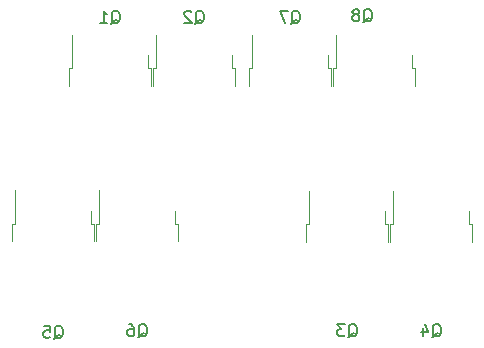
<source format=gbr>
G04 #@! TF.GenerationSoftware,KiCad,Pcbnew,(5.1.4)-1*
G04 #@! TF.CreationDate,2019-12-19T01:02:12+01:00*
G04 #@! TF.ProjectId,HPDriver,48504472-6976-4657-922e-6b696361645f,1.0*
G04 #@! TF.SameCoordinates,Original*
G04 #@! TF.FileFunction,Legend,Bot*
G04 #@! TF.FilePolarity,Positive*
%FSLAX46Y46*%
G04 Gerber Fmt 4.6, Leading zero omitted, Abs format (unit mm)*
G04 Created by KiCad (PCBNEW (5.1.4)-1) date 2019-12-19 01:02:12*
%MOMM*%
%LPD*%
G04 APERTURE LIST*
%ADD10C,0.120000*%
%ADD11C,0.150000*%
%ADD12C,3.902000*%
%ADD13O,2.102000X3.702000*%
%ADD14C,0.100000*%
%ADD15C,2.102000*%
%ADD16O,1.829200X1.829200*%
%ADD17R,1.829200X1.829200*%
%ADD18C,4.502000*%
%ADD19R,5.902000X6.502000*%
%ADD20R,1.302000X2.302000*%
%ADD21O,2.102000X2.102000*%
%ADD22R,2.102000X2.102000*%
%ADD23C,1.102000*%
%ADD24O,1.702000X1.702000*%
%ADD25R,1.702000X1.702000*%
%ADD26C,0.254000*%
G04 APERTURE END LIST*
D10*
X131832000Y-105769000D02*
X131832000Y-104669000D01*
X132102000Y-105769000D02*
X131832000Y-105769000D01*
X132102000Y-107269000D02*
X132102000Y-105769000D01*
X125472000Y-105769000D02*
X125472000Y-102939000D01*
X125202000Y-105769000D02*
X125472000Y-105769000D01*
X125202000Y-107269000D02*
X125202000Y-105769000D01*
X124720000Y-105769000D02*
X124720000Y-104669000D01*
X124990000Y-105769000D02*
X124720000Y-105769000D01*
X124990000Y-107269000D02*
X124990000Y-105769000D01*
X118360000Y-105769000D02*
X118360000Y-102939000D01*
X118090000Y-105769000D02*
X118360000Y-105769000D01*
X118090000Y-107269000D02*
X118090000Y-105769000D01*
X111765000Y-118942000D02*
X111765000Y-117842000D01*
X112035000Y-118942000D02*
X111765000Y-118942000D01*
X112035000Y-120442000D02*
X112035000Y-118942000D01*
X105405000Y-118942000D02*
X105405000Y-116112000D01*
X105135000Y-118942000D02*
X105405000Y-118942000D01*
X105135000Y-120442000D02*
X105135000Y-118942000D01*
X104654000Y-118942000D02*
X104654000Y-117842000D01*
X104924000Y-118942000D02*
X104654000Y-118942000D01*
X104924000Y-120442000D02*
X104924000Y-118942000D01*
X98294000Y-118942000D02*
X98294000Y-116112000D01*
X98024000Y-118942000D02*
X98294000Y-118942000D01*
X98024000Y-120442000D02*
X98024000Y-118942000D01*
X136658000Y-118977000D02*
X136658000Y-117877000D01*
X136928000Y-118977000D02*
X136658000Y-118977000D01*
X136928000Y-120477000D02*
X136928000Y-118977000D01*
X130298000Y-118977000D02*
X130298000Y-116147000D01*
X130028000Y-118977000D02*
X130298000Y-118977000D01*
X130028000Y-120477000D02*
X130028000Y-118977000D01*
X129544000Y-118977000D02*
X129544000Y-117877000D01*
X129814000Y-118977000D02*
X129544000Y-118977000D01*
X129814000Y-120477000D02*
X129814000Y-118977000D01*
X123184000Y-118977000D02*
X123184000Y-116147000D01*
X122914000Y-118977000D02*
X123184000Y-118977000D01*
X122914000Y-120477000D02*
X122914000Y-118977000D01*
X116592000Y-105769000D02*
X116592000Y-104669000D01*
X116862000Y-105769000D02*
X116592000Y-105769000D01*
X116862000Y-107269000D02*
X116862000Y-105769000D01*
X110232000Y-105769000D02*
X110232000Y-102939000D01*
X109962000Y-105769000D02*
X110232000Y-105769000D01*
X109962000Y-107269000D02*
X109962000Y-105769000D01*
X109480000Y-105769000D02*
X109480000Y-104669000D01*
X109750000Y-105769000D02*
X109480000Y-105769000D01*
X109750000Y-107269000D02*
X109750000Y-105769000D01*
X103120000Y-105769000D02*
X103120000Y-102939000D01*
X102850000Y-105769000D02*
X103120000Y-105769000D01*
X102850000Y-107269000D02*
X102850000Y-105769000D01*
D11*
X127730238Y-101893619D02*
X127825476Y-101846000D01*
X127920714Y-101750761D01*
X128063571Y-101607904D01*
X128158809Y-101560285D01*
X128254047Y-101560285D01*
X128206428Y-101798380D02*
X128301666Y-101750761D01*
X128396904Y-101655523D01*
X128444523Y-101465047D01*
X128444523Y-101131714D01*
X128396904Y-100941238D01*
X128301666Y-100846000D01*
X128206428Y-100798380D01*
X128015952Y-100798380D01*
X127920714Y-100846000D01*
X127825476Y-100941238D01*
X127777857Y-101131714D01*
X127777857Y-101465047D01*
X127825476Y-101655523D01*
X127920714Y-101750761D01*
X128015952Y-101798380D01*
X128206428Y-101798380D01*
X127206428Y-101226952D02*
X127301666Y-101179333D01*
X127349285Y-101131714D01*
X127396904Y-101036476D01*
X127396904Y-100988857D01*
X127349285Y-100893619D01*
X127301666Y-100846000D01*
X127206428Y-100798380D01*
X127015952Y-100798380D01*
X126920714Y-100846000D01*
X126873095Y-100893619D01*
X126825476Y-100988857D01*
X126825476Y-101036476D01*
X126873095Y-101131714D01*
X126920714Y-101179333D01*
X127015952Y-101226952D01*
X127206428Y-101226952D01*
X127301666Y-101274571D01*
X127349285Y-101322190D01*
X127396904Y-101417428D01*
X127396904Y-101607904D01*
X127349285Y-101703142D01*
X127301666Y-101750761D01*
X127206428Y-101798380D01*
X127015952Y-101798380D01*
X126920714Y-101750761D01*
X126873095Y-101703142D01*
X126825476Y-101607904D01*
X126825476Y-101417428D01*
X126873095Y-101322190D01*
X126920714Y-101274571D01*
X127015952Y-101226952D01*
X121634238Y-102020619D02*
X121729476Y-101973000D01*
X121824714Y-101877761D01*
X121967571Y-101734904D01*
X122062809Y-101687285D01*
X122158047Y-101687285D01*
X122110428Y-101925380D02*
X122205666Y-101877761D01*
X122300904Y-101782523D01*
X122348523Y-101592047D01*
X122348523Y-101258714D01*
X122300904Y-101068238D01*
X122205666Y-100973000D01*
X122110428Y-100925380D01*
X121919952Y-100925380D01*
X121824714Y-100973000D01*
X121729476Y-101068238D01*
X121681857Y-101258714D01*
X121681857Y-101592047D01*
X121729476Y-101782523D01*
X121824714Y-101877761D01*
X121919952Y-101925380D01*
X122110428Y-101925380D01*
X121348523Y-100925380D02*
X120681857Y-100925380D01*
X121110428Y-101925380D01*
X108680238Y-128563619D02*
X108775476Y-128516000D01*
X108870714Y-128420761D01*
X109013571Y-128277904D01*
X109108809Y-128230285D01*
X109204047Y-128230285D01*
X109156428Y-128468380D02*
X109251666Y-128420761D01*
X109346904Y-128325523D01*
X109394523Y-128135047D01*
X109394523Y-127801714D01*
X109346904Y-127611238D01*
X109251666Y-127516000D01*
X109156428Y-127468380D01*
X108965952Y-127468380D01*
X108870714Y-127516000D01*
X108775476Y-127611238D01*
X108727857Y-127801714D01*
X108727857Y-128135047D01*
X108775476Y-128325523D01*
X108870714Y-128420761D01*
X108965952Y-128468380D01*
X109156428Y-128468380D01*
X107870714Y-127468380D02*
X108061190Y-127468380D01*
X108156428Y-127516000D01*
X108204047Y-127563619D01*
X108299285Y-127706476D01*
X108346904Y-127896952D01*
X108346904Y-128277904D01*
X108299285Y-128373142D01*
X108251666Y-128420761D01*
X108156428Y-128468380D01*
X107965952Y-128468380D01*
X107870714Y-128420761D01*
X107823095Y-128373142D01*
X107775476Y-128277904D01*
X107775476Y-128039809D01*
X107823095Y-127944571D01*
X107870714Y-127896952D01*
X107965952Y-127849333D01*
X108156428Y-127849333D01*
X108251666Y-127896952D01*
X108299285Y-127944571D01*
X108346904Y-128039809D01*
X101568238Y-128690619D02*
X101663476Y-128643000D01*
X101758714Y-128547761D01*
X101901571Y-128404904D01*
X101996809Y-128357285D01*
X102092047Y-128357285D01*
X102044428Y-128595380D02*
X102139666Y-128547761D01*
X102234904Y-128452523D01*
X102282523Y-128262047D01*
X102282523Y-127928714D01*
X102234904Y-127738238D01*
X102139666Y-127643000D01*
X102044428Y-127595380D01*
X101853952Y-127595380D01*
X101758714Y-127643000D01*
X101663476Y-127738238D01*
X101615857Y-127928714D01*
X101615857Y-128262047D01*
X101663476Y-128452523D01*
X101758714Y-128547761D01*
X101853952Y-128595380D01*
X102044428Y-128595380D01*
X100711095Y-127595380D02*
X101187285Y-127595380D01*
X101234904Y-128071571D01*
X101187285Y-128023952D01*
X101092047Y-127976333D01*
X100853952Y-127976333D01*
X100758714Y-128023952D01*
X100711095Y-128071571D01*
X100663476Y-128166809D01*
X100663476Y-128404904D01*
X100711095Y-128500142D01*
X100758714Y-128547761D01*
X100853952Y-128595380D01*
X101092047Y-128595380D01*
X101187285Y-128547761D01*
X101234904Y-128500142D01*
X133572238Y-128563619D02*
X133667476Y-128516000D01*
X133762714Y-128420761D01*
X133905571Y-128277904D01*
X134000809Y-128230285D01*
X134096047Y-128230285D01*
X134048428Y-128468380D02*
X134143666Y-128420761D01*
X134238904Y-128325523D01*
X134286523Y-128135047D01*
X134286523Y-127801714D01*
X134238904Y-127611238D01*
X134143666Y-127516000D01*
X134048428Y-127468380D01*
X133857952Y-127468380D01*
X133762714Y-127516000D01*
X133667476Y-127611238D01*
X133619857Y-127801714D01*
X133619857Y-128135047D01*
X133667476Y-128325523D01*
X133762714Y-128420761D01*
X133857952Y-128468380D01*
X134048428Y-128468380D01*
X132762714Y-127801714D02*
X132762714Y-128468380D01*
X133000809Y-127420761D02*
X133238904Y-128135047D01*
X132619857Y-128135047D01*
X126460238Y-128563619D02*
X126555476Y-128516000D01*
X126650714Y-128420761D01*
X126793571Y-128277904D01*
X126888809Y-128230285D01*
X126984047Y-128230285D01*
X126936428Y-128468380D02*
X127031666Y-128420761D01*
X127126904Y-128325523D01*
X127174523Y-128135047D01*
X127174523Y-127801714D01*
X127126904Y-127611238D01*
X127031666Y-127516000D01*
X126936428Y-127468380D01*
X126745952Y-127468380D01*
X126650714Y-127516000D01*
X126555476Y-127611238D01*
X126507857Y-127801714D01*
X126507857Y-128135047D01*
X126555476Y-128325523D01*
X126650714Y-128420761D01*
X126745952Y-128468380D01*
X126936428Y-128468380D01*
X126174523Y-127468380D02*
X125555476Y-127468380D01*
X125888809Y-127849333D01*
X125745952Y-127849333D01*
X125650714Y-127896952D01*
X125603095Y-127944571D01*
X125555476Y-128039809D01*
X125555476Y-128277904D01*
X125603095Y-128373142D01*
X125650714Y-128420761D01*
X125745952Y-128468380D01*
X126031666Y-128468380D01*
X126126904Y-128420761D01*
X126174523Y-128373142D01*
X113506238Y-102020619D02*
X113601476Y-101973000D01*
X113696714Y-101877761D01*
X113839571Y-101734904D01*
X113934809Y-101687285D01*
X114030047Y-101687285D01*
X113982428Y-101925380D02*
X114077666Y-101877761D01*
X114172904Y-101782523D01*
X114220523Y-101592047D01*
X114220523Y-101258714D01*
X114172904Y-101068238D01*
X114077666Y-100973000D01*
X113982428Y-100925380D01*
X113791952Y-100925380D01*
X113696714Y-100973000D01*
X113601476Y-101068238D01*
X113553857Y-101258714D01*
X113553857Y-101592047D01*
X113601476Y-101782523D01*
X113696714Y-101877761D01*
X113791952Y-101925380D01*
X113982428Y-101925380D01*
X113172904Y-101020619D02*
X113125285Y-100973000D01*
X113030047Y-100925380D01*
X112791952Y-100925380D01*
X112696714Y-100973000D01*
X112649095Y-101020619D01*
X112601476Y-101115857D01*
X112601476Y-101211095D01*
X112649095Y-101353952D01*
X113220523Y-101925380D01*
X112601476Y-101925380D01*
X106394238Y-102020619D02*
X106489476Y-101973000D01*
X106584714Y-101877761D01*
X106727571Y-101734904D01*
X106822809Y-101687285D01*
X106918047Y-101687285D01*
X106870428Y-101925380D02*
X106965666Y-101877761D01*
X107060904Y-101782523D01*
X107108523Y-101592047D01*
X107108523Y-101258714D01*
X107060904Y-101068238D01*
X106965666Y-100973000D01*
X106870428Y-100925380D01*
X106679952Y-100925380D01*
X106584714Y-100973000D01*
X106489476Y-101068238D01*
X106441857Y-101258714D01*
X106441857Y-101592047D01*
X106489476Y-101782523D01*
X106584714Y-101877761D01*
X106679952Y-101925380D01*
X106870428Y-101925380D01*
X105489476Y-101925380D02*
X106060904Y-101925380D01*
X105775190Y-101925380D02*
X105775190Y-100925380D01*
X105870428Y-101068238D01*
X105965666Y-101163476D01*
X106060904Y-101211095D01*
%LPC*%
D12*
X130937000Y-135890000D03*
D13*
X162160000Y-130810000D03*
X157160000Y-130810000D03*
X152160000Y-130810000D03*
X147160000Y-130810000D03*
X142160000Y-130810000D03*
D14*
G36*
X137974004Y-128960265D02*
G01*
X137999510Y-128964049D01*
X138024522Y-128970314D01*
X138048800Y-128979001D01*
X138072109Y-128990025D01*
X138094226Y-129003281D01*
X138114937Y-129018642D01*
X138134042Y-129035958D01*
X138151358Y-129055063D01*
X138166719Y-129075774D01*
X138179975Y-129097891D01*
X138190999Y-129121200D01*
X138199686Y-129145478D01*
X138205951Y-129170490D01*
X138209735Y-129195996D01*
X138211000Y-129221750D01*
X138211000Y-132398250D01*
X138209735Y-132424004D01*
X138205951Y-132449510D01*
X138199686Y-132474522D01*
X138190999Y-132498800D01*
X138179975Y-132522109D01*
X138166719Y-132544226D01*
X138151358Y-132564937D01*
X138134042Y-132584042D01*
X138114937Y-132601358D01*
X138094226Y-132616719D01*
X138072109Y-132629975D01*
X138048800Y-132640999D01*
X138024522Y-132649686D01*
X137999510Y-132655951D01*
X137974004Y-132659735D01*
X137948250Y-132661000D01*
X136371750Y-132661000D01*
X136345996Y-132659735D01*
X136320490Y-132655951D01*
X136295478Y-132649686D01*
X136271200Y-132640999D01*
X136247891Y-132629975D01*
X136225774Y-132616719D01*
X136205063Y-132601358D01*
X136185958Y-132584042D01*
X136168642Y-132564937D01*
X136153281Y-132544226D01*
X136140025Y-132522109D01*
X136129001Y-132498800D01*
X136120314Y-132474522D01*
X136114049Y-132449510D01*
X136110265Y-132424004D01*
X136109000Y-132398250D01*
X136109000Y-129221750D01*
X136110265Y-129195996D01*
X136114049Y-129170490D01*
X136120314Y-129145478D01*
X136129001Y-129121200D01*
X136140025Y-129097891D01*
X136153281Y-129075774D01*
X136168642Y-129055063D01*
X136185958Y-129035958D01*
X136205063Y-129018642D01*
X136225774Y-129003281D01*
X136247891Y-128990025D01*
X136271200Y-128979001D01*
X136295478Y-128970314D01*
X136320490Y-128964049D01*
X136345996Y-128960265D01*
X136371750Y-128959000D01*
X137948250Y-128959000D01*
X137974004Y-128960265D01*
X137974004Y-128960265D01*
G37*
D15*
X137160000Y-130810000D03*
D13*
X124728000Y-130810000D03*
X119728000Y-130810000D03*
X114728000Y-130810000D03*
D14*
G36*
X110542004Y-128960265D02*
G01*
X110567510Y-128964049D01*
X110592522Y-128970314D01*
X110616800Y-128979001D01*
X110640109Y-128990025D01*
X110662226Y-129003281D01*
X110682937Y-129018642D01*
X110702042Y-129035958D01*
X110719358Y-129055063D01*
X110734719Y-129075774D01*
X110747975Y-129097891D01*
X110758999Y-129121200D01*
X110767686Y-129145478D01*
X110773951Y-129170490D01*
X110777735Y-129195996D01*
X110779000Y-129221750D01*
X110779000Y-132398250D01*
X110777735Y-132424004D01*
X110773951Y-132449510D01*
X110767686Y-132474522D01*
X110758999Y-132498800D01*
X110747975Y-132522109D01*
X110734719Y-132544226D01*
X110719358Y-132564937D01*
X110702042Y-132584042D01*
X110682937Y-132601358D01*
X110662226Y-132616719D01*
X110640109Y-132629975D01*
X110616800Y-132640999D01*
X110592522Y-132649686D01*
X110567510Y-132655951D01*
X110542004Y-132659735D01*
X110516250Y-132661000D01*
X108939750Y-132661000D01*
X108913996Y-132659735D01*
X108888490Y-132655951D01*
X108863478Y-132649686D01*
X108839200Y-132640999D01*
X108815891Y-132629975D01*
X108793774Y-132616719D01*
X108773063Y-132601358D01*
X108753958Y-132584042D01*
X108736642Y-132564937D01*
X108721281Y-132544226D01*
X108708025Y-132522109D01*
X108697001Y-132498800D01*
X108688314Y-132474522D01*
X108682049Y-132449510D01*
X108678265Y-132424004D01*
X108677000Y-132398250D01*
X108677000Y-129221750D01*
X108678265Y-129195996D01*
X108682049Y-129170490D01*
X108688314Y-129145478D01*
X108697001Y-129121200D01*
X108708025Y-129097891D01*
X108721281Y-129075774D01*
X108736642Y-129055063D01*
X108753958Y-129035958D01*
X108773063Y-129018642D01*
X108793774Y-129003281D01*
X108815891Y-128990025D01*
X108839200Y-128979001D01*
X108863478Y-128970314D01*
X108888490Y-128964049D01*
X108913996Y-128960265D01*
X108939750Y-128959000D01*
X110516250Y-128959000D01*
X110542004Y-128960265D01*
X110542004Y-128960265D01*
G37*
D15*
X109728000Y-130810000D03*
D13*
X93646000Y-130810000D03*
D14*
G36*
X89460004Y-128960265D02*
G01*
X89485510Y-128964049D01*
X89510522Y-128970314D01*
X89534800Y-128979001D01*
X89558109Y-128990025D01*
X89580226Y-129003281D01*
X89600937Y-129018642D01*
X89620042Y-129035958D01*
X89637358Y-129055063D01*
X89652719Y-129075774D01*
X89665975Y-129097891D01*
X89676999Y-129121200D01*
X89685686Y-129145478D01*
X89691951Y-129170490D01*
X89695735Y-129195996D01*
X89697000Y-129221750D01*
X89697000Y-132398250D01*
X89695735Y-132424004D01*
X89691951Y-132449510D01*
X89685686Y-132474522D01*
X89676999Y-132498800D01*
X89665975Y-132522109D01*
X89652719Y-132544226D01*
X89637358Y-132564937D01*
X89620042Y-132584042D01*
X89600937Y-132601358D01*
X89580226Y-132616719D01*
X89558109Y-132629975D01*
X89534800Y-132640999D01*
X89510522Y-132649686D01*
X89485510Y-132655951D01*
X89460004Y-132659735D01*
X89434250Y-132661000D01*
X87857750Y-132661000D01*
X87831996Y-132659735D01*
X87806490Y-132655951D01*
X87781478Y-132649686D01*
X87757200Y-132640999D01*
X87733891Y-132629975D01*
X87711774Y-132616719D01*
X87691063Y-132601358D01*
X87671958Y-132584042D01*
X87654642Y-132564937D01*
X87639281Y-132544226D01*
X87626025Y-132522109D01*
X87615001Y-132498800D01*
X87606314Y-132474522D01*
X87600049Y-132449510D01*
X87596265Y-132424004D01*
X87595000Y-132398250D01*
X87595000Y-129221750D01*
X87596265Y-129195996D01*
X87600049Y-129170490D01*
X87606314Y-129145478D01*
X87615001Y-129121200D01*
X87626025Y-129097891D01*
X87639281Y-129075774D01*
X87654642Y-129055063D01*
X87671958Y-129035958D01*
X87691063Y-129018642D01*
X87711774Y-129003281D01*
X87733891Y-128990025D01*
X87757200Y-128979001D01*
X87781478Y-128970314D01*
X87806490Y-128964049D01*
X87831996Y-128960265D01*
X87857750Y-128959000D01*
X89434250Y-128959000D01*
X89460004Y-128960265D01*
X89460004Y-128960265D01*
G37*
D15*
X88646000Y-130810000D03*
D16*
X165100000Y-74295000D03*
X165100000Y-71755000D03*
X167640000Y-74295000D03*
X167640000Y-71755000D03*
X170180000Y-74295000D03*
D17*
X170180000Y-71755000D03*
D18*
X180340000Y-68326000D03*
X88392000Y-68580000D03*
X141478000Y-96520000D03*
X180848000Y-127762000D03*
X101600000Y-135890000D03*
D19*
X128652000Y-110339000D03*
D20*
X130932000Y-104039000D03*
X126372000Y-104039000D03*
D19*
X121540000Y-110339000D03*
D20*
X123820000Y-104039000D03*
X119260000Y-104039000D03*
D19*
X108585000Y-123512000D03*
D20*
X110865000Y-117212000D03*
X106305000Y-117212000D03*
D19*
X101474000Y-123512000D03*
D20*
X103754000Y-117212000D03*
X99194000Y-117212000D03*
D19*
X133478000Y-123547000D03*
D20*
X135758000Y-117247000D03*
X131198000Y-117247000D03*
D19*
X126364000Y-123547000D03*
D20*
X128644000Y-117247000D03*
X124084000Y-117247000D03*
D19*
X113412000Y-110339000D03*
D20*
X115692000Y-104039000D03*
X111132000Y-104039000D03*
D19*
X106300000Y-110339000D03*
D20*
X108580000Y-104039000D03*
X104020000Y-104039000D03*
D21*
X112014000Y-68580000D03*
D22*
X112014000Y-81280000D03*
D23*
X176825000Y-134620000D03*
X172425000Y-134620000D03*
D24*
X148082000Y-81407000D03*
D25*
X148082000Y-89027000D03*
D26*
G36*
X120650000Y-89535000D02*
G01*
X117348000Y-89535000D01*
X117348000Y-86233000D01*
X120650000Y-86233000D01*
X120650000Y-89535000D01*
X120650000Y-89535000D01*
G37*
X120650000Y-89535000D02*
X117348000Y-89535000D01*
X117348000Y-86233000D01*
X120650000Y-86233000D01*
X120650000Y-89535000D01*
G36*
X99060000Y-78867000D02*
G01*
X96012000Y-78867000D01*
X96012000Y-75819000D01*
X99060000Y-75819000D01*
X99060000Y-78867000D01*
X99060000Y-78867000D01*
G37*
X99060000Y-78867000D02*
X96012000Y-78867000D01*
X96012000Y-75819000D01*
X99060000Y-75819000D01*
X99060000Y-78867000D01*
M02*

</source>
